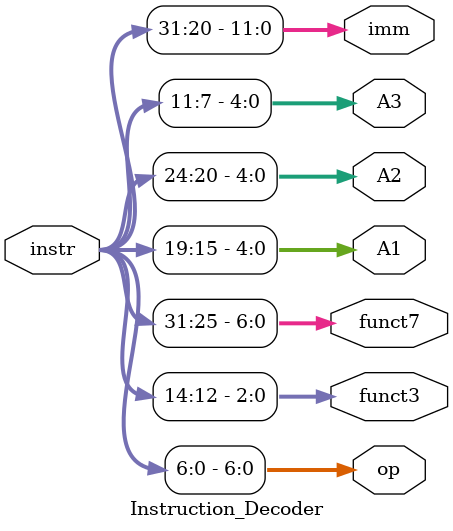
<source format=v>
`timescale 1ns / 1ps

module Instruction_Decoder #(
    parameter INSTR_WIDTH = 32,
    parameter OPCODE_WIDTH = 7,
    parameter FUNCT3_WIDTH = 3,
    parameter FUNCT7_WIDTH = 7,
    parameter REG_ADDR_WIDTH = 5,
    parameter IMM_WIDTH = 12
)(
    input [INSTR_WIDTH-1:0] instr,
    output wire [OPCODE_WIDTH-1:0] op,
    output wire [FUNCT3_WIDTH-1:0] funct3,
    output wire [FUNCT7_WIDTH-1:0] funct7,
    output wire [REG_ADDR_WIDTH-1:0] A1, A2, A3,
    output wire [IMM_WIDTH-1:0] imm
);

    // Instruction field extraction
    assign funct7 = instr[31:25];  // Function 7 field
    assign imm = instr[31:20];     // Immediate field
    assign A2 = instr[24:20];      // Source register 2
    assign A1 = instr[19:15];      // Source register 1
    assign funct3 = instr[14:12];  // Function 3 field
    assign A3 = instr[11:7];       // Destination register
    assign op = instr[6:0];        // Opcode field

endmodule

</source>
